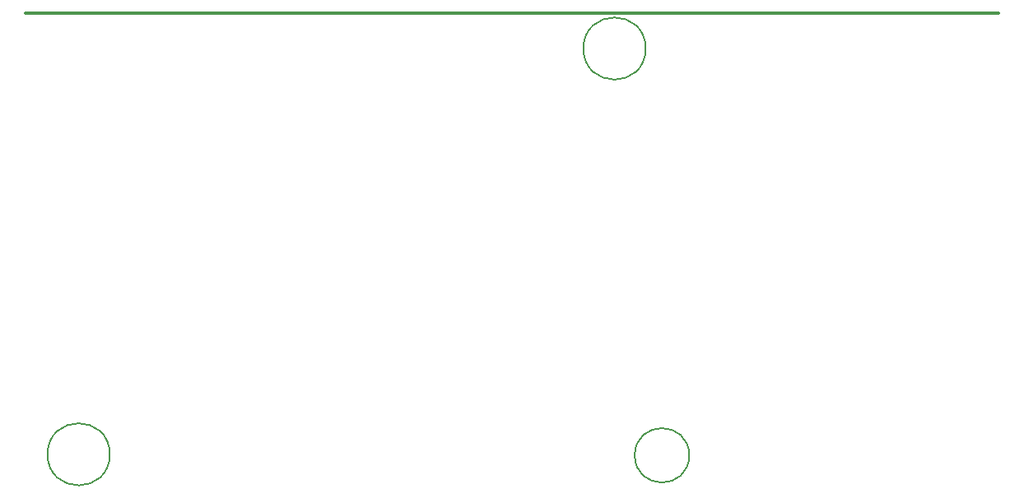
<source format=gbr>
G04 #@! TF.GenerationSoftware,KiCad,Pcbnew,(5.1.6)-1*
G04 #@! TF.CreationDate,2021-03-14T20:25:08+01:00*
G04 #@! TF.ProjectId,ErgoDOX_small,4572676f-444f-4585-9f73-6d616c6c2e6b,rev?*
G04 #@! TF.SameCoordinates,Original*
G04 #@! TF.FileFunction,Other,Comment*
%FSLAX46Y46*%
G04 Gerber Fmt 4.6, Leading zero omitted, Abs format (unit mm)*
G04 Created by KiCad (PCBNEW (5.1.6)-1) date 2021-03-14 20:25:08*
%MOMM*%
%LPD*%
G01*
G04 APERTURE LIST*
%ADD10C,0.304800*%
%ADD11C,0.150000*%
G04 APERTURE END LIST*
D10*
X60000000Y-30000000D02*
X160000000Y-30000000D01*
D11*
X68630400Y-75488800D02*
G75*
G03*
X68630400Y-75488800I-3200000J0D01*
G01*
X123748400Y-33680400D02*
G75*
G03*
X123748400Y-33680400I-3200000J0D01*
G01*
X128225200Y-75590400D02*
G75*
G03*
X128225200Y-75590400I-2800000J0D01*
G01*
M02*

</source>
